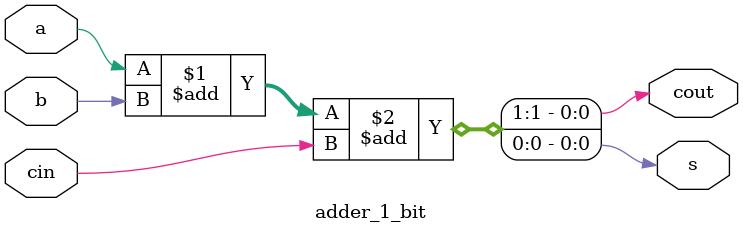
<source format=v>
module adder_1_bit (
				input a, b, cin,
		      output s, cout);

	assign {cout, s} = a + b + cin;
	
endmodule

</source>
